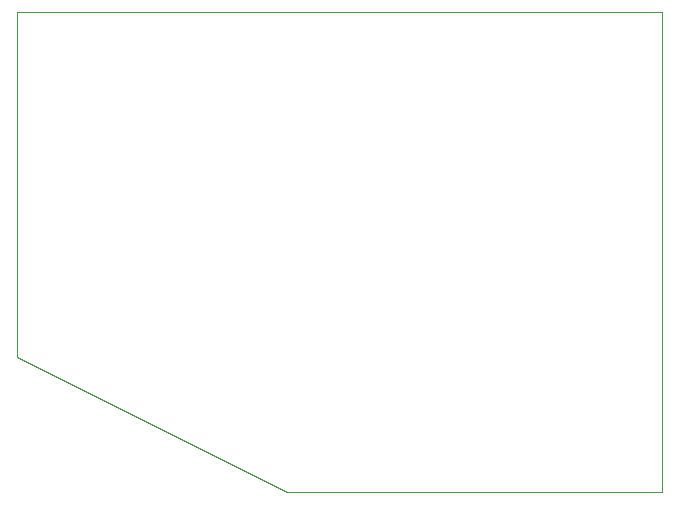
<source format=gbr>
G04 #@! TF.GenerationSoftware,KiCad,Pcbnew,(5.1.5-0-10_14)*
G04 #@! TF.CreationDate,2020-05-18T16:23:34+03:00*
G04 #@! TF.ProjectId,final2,66696e61-6c32-42e6-9b69-6361645f7063,rev?*
G04 #@! TF.SameCoordinates,Original*
G04 #@! TF.FileFunction,Profile,NP*
%FSLAX46Y46*%
G04 Gerber Fmt 4.6, Leading zero omitted, Abs format (unit mm)*
G04 Created by KiCad (PCBNEW (5.1.5-0-10_14)) date 2020-05-18 16:23:34*
%MOMM*%
%LPD*%
G04 APERTURE LIST*
%ADD10C,0.100000*%
G04 APERTURE END LIST*
D10*
X109220000Y-67310000D02*
X110490000Y-67310000D01*
X109220000Y-96520000D02*
X109220000Y-67310000D01*
X132080000Y-107950000D02*
X109220000Y-96520000D01*
X163830000Y-107950000D02*
X132080000Y-107950000D01*
X163830000Y-67310000D02*
X163830000Y-107950000D01*
X110490000Y-67310000D02*
X163830000Y-67310000D01*
M02*

</source>
